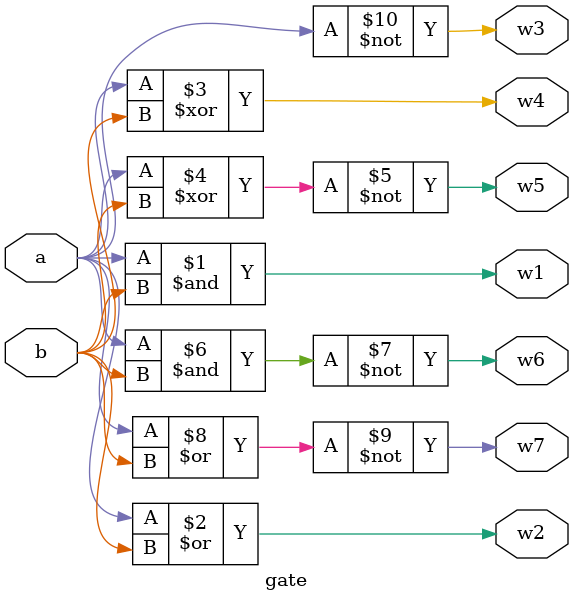
<source format=v>
module gate(a,b,w1,w2,w3,w4,w5,w6,w7);
       input a,b;
       output w1,w2,w3,w4,w5,w6,w7;
       and g1(w1,a,b);
       or g2(w2,a,b);
       not g3(w3,a);
       xor g4(w4,a,b);
       xnor g5(w5,a,b);
 nand g6(w6,a,b);
 nor g7(w7,a,b);
endmodule

</source>
